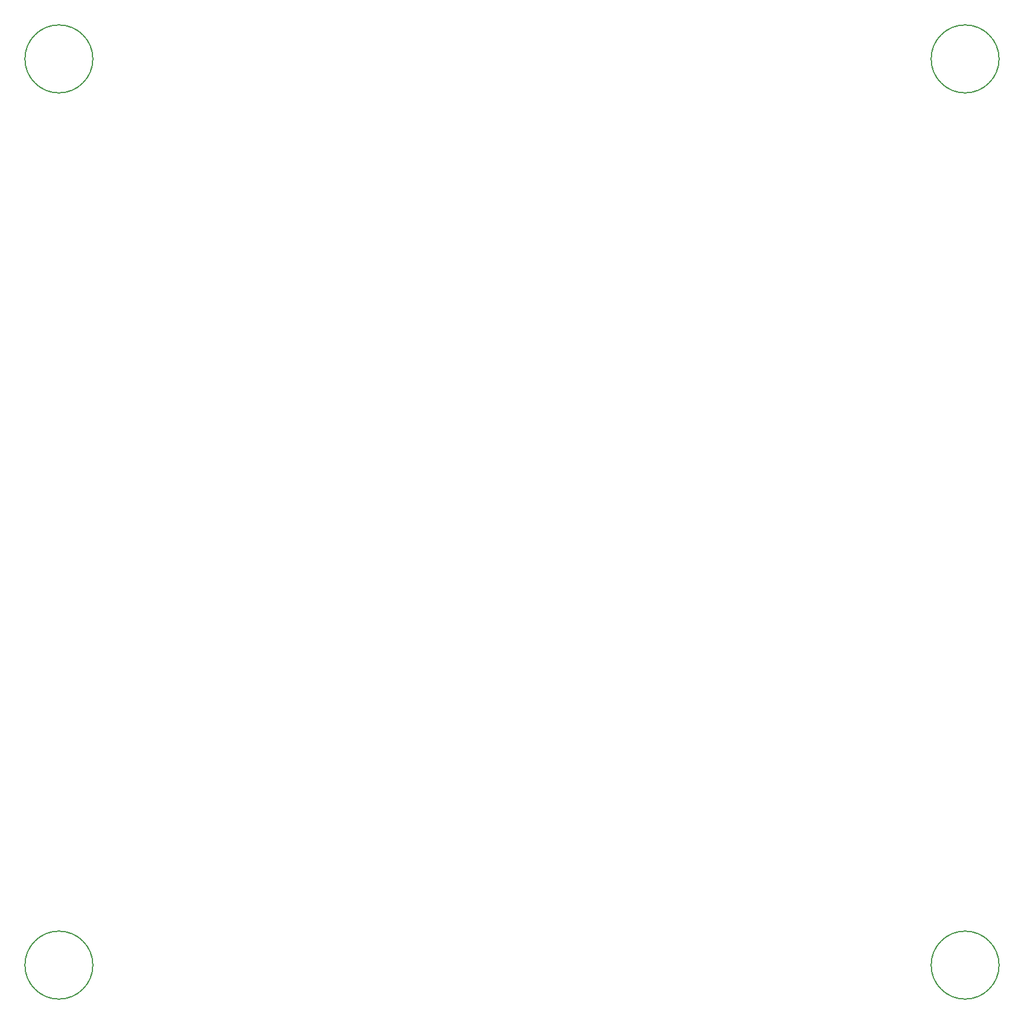
<source format=gbr>
%TF.GenerationSoftware,KiCad,Pcbnew,7.0.9*%
%TF.CreationDate,2024-08-20T17:43:16-06:00*%
%TF.ProjectId,blank_idealvac,626c616e-6b5f-4696-9465-616c7661632e,rev?*%
%TF.SameCoordinates,Original*%
%TF.FileFunction,Other,Comment*%
%FSLAX46Y46*%
G04 Gerber Fmt 4.6, Leading zero omitted, Abs format (unit mm)*
G04 Created by KiCad (PCBNEW 7.0.9) date 2024-08-20 17:43:16*
%MOMM*%
%LPD*%
G01*
G04 APERTURE LIST*
%ADD10C,0.150000*%
G04 APERTURE END LIST*
D10*
%TO.C,H2*%
X172162500Y-76900000D02*
G75*
G03*
X172162500Y-76900000I-4762500J0D01*
G01*
%TO.C,H3*%
X172162500Y-203900000D02*
G75*
G03*
X172162500Y-203900000I-4762500J0D01*
G01*
%TO.C,H4*%
X45162500Y-203900000D02*
G75*
G03*
X45162500Y-203900000I-4762500J0D01*
G01*
%TO.C,H1*%
X45162500Y-76900000D02*
G75*
G03*
X45162500Y-76900000I-4762500J0D01*
G01*
%TD*%
M02*

</source>
